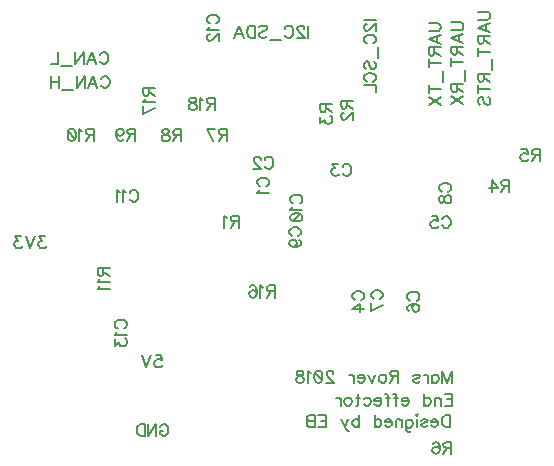
<source format=gbr>
G04 DipTrace 3.2.0.1*
G04 BottomSilk.gbr*
%MOMM*%
G04 #@! TF.FileFunction,Legend,Bot*
G04 #@! TF.Part,Single*
%ADD96C,0.15*%
%ADD97C,0.15686*%
%FSLAX35Y35*%
G04*
G71*
G90*
G75*
G01*
G04 BotSilk*
%LPD*%
X-1639114Y3050218D2*
D96*
X-1648773Y3055048D1*
X-1658543Y3064818D1*
X-1663373Y3074477D1*
Y3093906D1*
X-1658543Y3103677D1*
X-1648773Y3113335D1*
X-1639114Y3118277D1*
X-1624514Y3123106D1*
X-1600143D1*
X-1585656Y3118277D1*
X-1575885Y3113335D1*
X-1566227Y3103677D1*
X-1561285Y3093906D1*
Y3074477D1*
X-1566227Y3064818D1*
X-1575885Y3055048D1*
X-1585656Y3050218D1*
X-1643831Y3020219D2*
X-1648773Y3010448D1*
X-1663261Y2995848D1*
X-1561285D1*
X-1598808Y3276151D2*
X-1593979Y3285809D1*
X-1584208Y3295580D1*
X-1574549Y3300409D1*
X-1555120D1*
X-1545349Y3295580D1*
X-1535691Y3285809D1*
X-1530749Y3276151D1*
X-1525920Y3261551D1*
Y3237180D1*
X-1530749Y3222693D1*
X-1535691Y3212922D1*
X-1545349Y3203263D1*
X-1555120Y3198322D1*
X-1574549D1*
X-1584208Y3203263D1*
X-1593979Y3212922D1*
X-1598808Y3222693D1*
X-1633749Y3276039D2*
Y3280868D1*
X-1638579Y3290639D1*
X-1643408Y3295468D1*
X-1653179Y3300297D1*
X-1672608D1*
X-1682266Y3295468D1*
X-1687096Y3290639D1*
X-1692037Y3280868D1*
Y3271209D1*
X-1687096Y3261439D1*
X-1677437Y3246951D1*
X-1628808Y3198322D1*
X-1696866D1*
X-938465Y3214954D2*
X-933635Y3224613D1*
X-923865Y3234384D1*
X-914206Y3239213D1*
X-894777D1*
X-885006Y3234384D1*
X-875348Y3224613D1*
X-870406Y3214954D1*
X-865577Y3200354D1*
Y3175984D1*
X-870406Y3161496D1*
X-875348Y3151725D1*
X-885006Y3142067D1*
X-894777Y3137125D1*
X-914206D1*
X-923865Y3142067D1*
X-933635Y3151725D1*
X-938465Y3161496D1*
X-978235Y3239101D2*
X-1031582D1*
X-1002494Y3200242D1*
X-1017094D1*
X-1026752Y3195413D1*
X-1031582Y3190584D1*
X-1036523Y3175984D1*
Y3166325D1*
X-1031582Y3151725D1*
X-1021923Y3141954D1*
X-1007323Y3137125D1*
X-992723D1*
X-978235Y3141954D1*
X-973406Y3146896D1*
X-968465Y3156554D1*
X-834021Y2086884D2*
X-843679Y2091713D1*
X-853450Y2101484D1*
X-858279Y2111142D1*
Y2130571D1*
X-853450Y2140342D1*
X-843679Y2150000D1*
X-834021Y2154942D1*
X-819421Y2159771D1*
X-795050D1*
X-780562Y2154942D1*
X-770792Y2150000D1*
X-761133Y2140342D1*
X-756192Y2130571D1*
Y2111142D1*
X-761133Y2101483D1*
X-770792Y2091713D1*
X-780562Y2086883D1*
X-756192Y2008254D2*
X-858167D1*
X-790221Y2056883D1*
Y1983996D1*
X-97851Y2773224D2*
X-93022Y2782883D1*
X-83251Y2792654D1*
X-73593Y2797483D1*
X-54164D1*
X-44393Y2792654D1*
X-34734Y2782883D1*
X-29793Y2773224D1*
X-24964Y2758624D1*
Y2734254D1*
X-29793Y2719766D1*
X-34734Y2709995D1*
X-44393Y2700337D1*
X-54164Y2695395D1*
X-73593D1*
X-83251Y2700337D1*
X-93022Y2709995D1*
X-97851Y2719766D1*
X-186139Y2797371D2*
X-137622D1*
X-132793Y2753683D1*
X-137622Y2758512D1*
X-152222Y2763454D1*
X-166710D1*
X-181310Y2758512D1*
X-191081Y2748854D1*
X-195910Y2734254D1*
Y2724595D1*
X-191081Y2709995D1*
X-181310Y2700224D1*
X-166710Y2695395D1*
X-152222D1*
X-137622Y2700224D1*
X-132793Y2705166D1*
X-127851Y2714824D1*
X-366721Y2082331D2*
X-376379Y2087161D1*
X-386150Y2096931D1*
X-390979Y2106590D1*
Y2126019D1*
X-386150Y2135790D1*
X-376379Y2145448D1*
X-366721Y2150390D1*
X-352121Y2155219D1*
X-327750D1*
X-313262Y2150390D1*
X-303492Y2145448D1*
X-293833Y2135790D1*
X-288892Y2126019D1*
Y2106590D1*
X-293833Y2096931D1*
X-303492Y2087161D1*
X-313262Y2082331D1*
X-376379Y1994044D2*
X-386038Y1998873D1*
X-390867Y2013473D1*
Y2023132D1*
X-386038Y2037732D1*
X-371438Y2047502D1*
X-347179Y2052332D1*
X-322921Y2052331D1*
X-303492Y2047502D1*
X-293721Y2037731D1*
X-288892Y2023131D1*
Y2018302D1*
X-293721Y2003815D1*
X-303492Y1994044D1*
X-318092Y1989215D1*
X-322921D1*
X-337521Y1994044D1*
X-347179Y2003815D1*
X-352009Y2018302D1*
Y2023132D1*
X-347179Y2037732D1*
X-337521Y2047502D1*
X-322921Y2052331D1*
X-674971Y2095399D2*
X-684629Y2100228D1*
X-694400Y2109999D1*
X-699229Y2119657D1*
Y2139087D1*
X-694400Y2148857D1*
X-684629Y2158516D1*
X-674971Y2163457D1*
X-660371Y2168286D1*
X-636000D1*
X-621512Y2163457D1*
X-611742Y2158516D1*
X-602083Y2148857D1*
X-597142Y2139086D1*
Y2119657D1*
X-602083Y2109999D1*
X-611742Y2100228D1*
X-621512Y2095399D1*
X-597142Y2045970D2*
X-699117Y1997341D1*
Y2065399D1*
X-98678Y3003429D2*
X-108336Y3008259D1*
X-118107Y3018029D1*
X-122936Y3027688D1*
Y3047117D1*
X-118107Y3056888D1*
X-108336Y3066546D1*
X-98678Y3071488D1*
X-84078Y3076317D1*
X-59707D1*
X-45219Y3071488D1*
X-35448Y3066546D1*
X-25790Y3056888D1*
X-20848Y3047117D1*
Y3027688D1*
X-25790Y3018029D1*
X-35448Y3008259D1*
X-45219Y3003429D1*
X-122824Y2949171D2*
X-117994Y2963659D1*
X-108336Y2968600D1*
X-98565D1*
X-88907Y2963659D1*
X-83965Y2954000D1*
X-79136Y2934571D1*
X-74307Y2919971D1*
X-64536Y2910313D1*
X-54878Y2905483D1*
X-40278D1*
X-30619Y2910313D1*
X-25678Y2915142D1*
X-20848Y2929742D1*
Y2949171D1*
X-25678Y2963659D1*
X-30619Y2968600D1*
X-40278Y2973429D1*
X-54878D1*
X-64536Y2968600D1*
X-74307Y2958829D1*
X-79136Y2944342D1*
X-83965Y2924913D1*
X-88907Y2915142D1*
X-98565Y2910313D1*
X-108336D1*
X-117995Y2915142D1*
X-122824Y2929742D1*
Y2949171D1*
X-1367794Y2628371D2*
X-1377453Y2633200D1*
X-1387223Y2642971D1*
X-1392053Y2652629D1*
Y2672059D1*
X-1387223Y2681829D1*
X-1377453Y2691488D1*
X-1367794Y2696429D1*
X-1353194Y2701259D1*
X-1328823D1*
X-1314336Y2696429D1*
X-1304565Y2691488D1*
X-1294907Y2681829D1*
X-1289965Y2672058D1*
Y2652629D1*
X-1294907Y2642971D1*
X-1304565Y2633200D1*
X-1314336Y2628371D1*
X-1358024Y2535142D2*
X-1343424Y2540083D1*
X-1333653Y2549742D1*
X-1328823Y2564342D1*
Y2569171D1*
X-1333653Y2583771D1*
X-1343423Y2593429D1*
X-1358023Y2598371D1*
X-1362853D1*
X-1377453Y2593430D1*
X-1387111Y2583771D1*
X-1391940Y2569171D1*
Y2564342D1*
X-1387111Y2549742D1*
X-1377453Y2540083D1*
X-1358024Y2535142D1*
X-1333653D1*
X-1309394Y2540083D1*
X-1294794Y2549742D1*
X-1289965Y2564342D1*
Y2574000D1*
X-1294794Y2588600D1*
X-1304565Y2593429D1*
X-1356911Y2904781D2*
X-1366569Y2909610D1*
X-1376340Y2919381D1*
X-1381169Y2929039D1*
Y2948469D1*
X-1376340Y2958239D1*
X-1366569Y2967898D1*
X-1356911Y2972839D1*
X-1342311Y2977669D1*
X-1317940Y2977668D1*
X-1303452Y2972839D1*
X-1293682Y2967898D1*
X-1284023Y2958239D1*
X-1279082Y2948468D1*
Y2929039D1*
X-1284023Y2919381D1*
X-1293682Y2909610D1*
X-1303452Y2904781D1*
X-1361628Y2874781D2*
X-1366569Y2865010D1*
X-1381057Y2850410D1*
X-1279082D1*
X-1381057Y2791210D2*
X-1376228Y2805810D1*
X-1361628Y2815581D1*
X-1337369Y2820410D1*
X-1322769D1*
X-1298511Y2815581D1*
X-1283911Y2805810D1*
X-1279082Y2791210D1*
Y2781552D1*
X-1283911Y2766952D1*
X-1298511Y2757293D1*
X-1322769Y2752352D1*
X-1337369D1*
X-1361628Y2757293D1*
X-1376228Y2766952D1*
X-1381057Y2781552D1*
Y2791210D1*
X-1361628Y2757293D2*
X-1298511Y2815581D1*
X-2740430Y2994901D2*
X-2735601Y3004559D1*
X-2725830Y3014330D1*
X-2716171Y3019159D1*
X-2696742D1*
X-2686971Y3014330D1*
X-2677313Y3004559D1*
X-2672371Y2994901D1*
X-2667542Y2980301D1*
Y2955930D1*
X-2672371Y2941443D1*
X-2677313Y2931672D1*
X-2686971Y2922013D1*
X-2696742Y2917072D1*
X-2716171D1*
X-2725830Y2922013D1*
X-2735601Y2931672D1*
X-2740430Y2941443D1*
X-2770430Y2999618D2*
X-2780201Y3004559D1*
X-2794801Y3019047D1*
Y2917072D1*
X-2824801Y2999618D2*
X-2834571Y3004559D1*
X-2849171Y3019047D1*
Y2917072D1*
X-2063474Y4428328D2*
X-2073133Y4433157D1*
X-2082903Y4442928D1*
X-2087733Y4452586D1*
Y4472015D1*
X-2082903Y4481786D1*
X-2073133Y4491444D1*
X-2063474Y4496386D1*
X-2048874Y4501215D1*
X-2024503D1*
X-2010016Y4496386D1*
X-2000245Y4491444D1*
X-1990587Y4481786D1*
X-1985645Y4472015D1*
Y4452586D1*
X-1990587Y4442927D1*
X-2000245Y4433157D1*
X-2010016Y4428327D1*
X-2068191Y4398328D2*
X-2073133Y4388557D1*
X-2087620Y4373957D1*
X-1985645D1*
X-2063362Y4339015D2*
X-2068191D1*
X-2077962Y4334186D1*
X-2082791Y4329357D1*
X-2087620Y4319586D1*
Y4300157D1*
X-2082791Y4290499D1*
X-2077962Y4285669D1*
X-2068191Y4280728D1*
X-2058533D1*
X-2048762Y4285669D1*
X-2034274Y4295328D1*
X-1985645Y4343957D1*
Y4275899D1*
X-2844318Y1846991D2*
X-2853976Y1851820D1*
X-2863747Y1861591D1*
X-2868576Y1871249D1*
Y1890679D1*
X-2863747Y1900449D1*
X-2853976Y1910108D1*
X-2844318Y1915049D1*
X-2829718Y1919879D1*
X-2805347Y1919878D1*
X-2790859Y1915049D1*
X-2781088Y1910108D1*
X-2771430Y1900449D1*
X-2766488Y1890678D1*
Y1871249D1*
X-2771430Y1861591D1*
X-2781088Y1851820D1*
X-2790859Y1846991D1*
X-2849034Y1816991D2*
X-2853976Y1807220D1*
X-2868464Y1792620D1*
X-2766488D1*
X-2868464Y1752850D2*
Y1699503D1*
X-2829605Y1728591D1*
Y1713991D1*
X-2824776Y1704333D1*
X-2819947Y1699503D1*
X-2805347Y1694562D1*
X-2795688D1*
X-2781088Y1699503D1*
X-2771318Y1709162D1*
X-2766488Y1723762D1*
Y1738362D1*
X-2771318Y1752849D1*
X-2776259Y1757679D1*
X-2785918Y1762620D1*
X-1820075Y2753007D2*
X-1863763D1*
X-1878363Y2757948D1*
X-1883305Y2762778D1*
X-1888134Y2772436D1*
Y2782207D1*
X-1883305Y2791865D1*
X-1878363Y2796807D1*
X-1863763Y2801636D1*
X-1820075D1*
Y2699548D1*
X-1854105Y2753007D2*
X-1888134Y2699548D1*
X-1918134Y2782095D2*
X-1927905Y2787036D1*
X-1942505Y2801524D1*
Y2699548D1*
X-904900Y3775159D2*
Y3731471D1*
X-909842Y3716871D1*
X-914671Y3711929D1*
X-924329Y3707100D1*
X-934100D1*
X-943759Y3711929D1*
X-948700Y3716871D1*
X-953529Y3731471D1*
Y3775159D1*
X-851442Y3775158D1*
X-904900Y3741129D2*
X-851442Y3707100D1*
X-929159Y3672159D2*
X-933988D1*
X-943759Y3667330D1*
X-948588Y3662500D1*
X-953417Y3652730D1*
Y3633300D1*
X-948588Y3623642D1*
X-943759Y3618813D1*
X-933988Y3613871D1*
X-924329D1*
X-914559Y3618813D1*
X-900071Y3628471D1*
X-851442Y3677100D1*
Y3609042D1*
X-1080470Y3745615D2*
Y3701928D1*
X-1085412Y3687328D1*
X-1090241Y3682386D1*
X-1099899Y3677557D1*
X-1109670D1*
X-1119329Y3682386D1*
X-1124270Y3687328D1*
X-1129099Y3701928D1*
Y3745615D1*
X-1027012D1*
X-1080470Y3711586D2*
X-1027012Y3677557D1*
X-1128987Y3637786D2*
Y3584440D1*
X-1090129Y3613528D1*
Y3598928D1*
X-1085299Y3589269D1*
X-1080470Y3584440D1*
X-1065870Y3579499D1*
X-1056212D1*
X-1041612Y3584440D1*
X-1031841Y3594099D1*
X-1027012Y3608698D1*
Y3623298D1*
X-1031841Y3637786D1*
X-1036782Y3642615D1*
X-1046441Y3647557D1*
X470696Y3054454D2*
X427009D1*
X412409Y3059395D1*
X407467Y3064224D1*
X402638Y3073883D1*
Y3083654D1*
X407467Y3093312D1*
X412409Y3098254D1*
X427009Y3103083D1*
X470696D1*
Y3000995D1*
X436667Y3054454D2*
X402638Y3000995D1*
X324009D2*
Y3102971D1*
X372638Y3035024D1*
X299750D1*
X729672Y3316144D2*
X685984D1*
X671384Y3321085D1*
X666443Y3325914D1*
X661613Y3335573D1*
Y3345344D1*
X666443Y3355002D1*
X671384Y3359944D1*
X685984Y3364773D1*
X729672D1*
Y3262685D1*
X695643Y3316144D2*
X661613Y3262685D1*
X573326Y3364661D2*
X621843D1*
X626672Y3320973D1*
X621843Y3325802D1*
X607243Y3330744D1*
X592755D1*
X578155Y3325802D1*
X568384Y3316144D1*
X563555Y3301544D1*
Y3291885D1*
X568384Y3277285D1*
X578155Y3267514D1*
X592755Y3262685D1*
X607243D1*
X621843Y3267514D1*
X626672Y3272456D1*
X631613Y3282114D1*
X-17982Y836154D2*
X-61670D1*
X-76270Y841095D1*
X-81212Y845924D1*
X-86041Y855583D1*
Y865354D1*
X-81212Y875012D1*
X-76270Y879954D1*
X-61670Y884783D1*
X-17982D1*
Y782695D1*
X-52012Y836154D2*
X-86041Y782695D1*
X-174328Y870183D2*
X-169499Y879841D1*
X-154899Y884671D1*
X-145241D1*
X-130641Y879841D1*
X-120870Y865241D1*
X-116041Y840983D1*
Y816724D1*
X-120870Y797295D1*
X-130641Y787524D1*
X-145241Y782695D1*
X-150070D1*
X-164558Y787524D1*
X-174328Y797295D1*
X-179158Y811895D1*
Y816724D1*
X-174328Y831324D1*
X-164558Y840983D1*
X-150070Y845812D1*
X-145241D1*
X-130641Y840983D1*
X-120870Y831324D1*
X-116041Y816724D1*
X-1921748Y3487557D2*
X-1965436D1*
X-1980036Y3492498D1*
X-1984977Y3497328D1*
X-1989807Y3506986D1*
Y3516757D1*
X-1984977Y3526415D1*
X-1980036Y3531357D1*
X-1965436Y3536186D1*
X-1921748D1*
Y3434098D1*
X-1955777Y3487557D2*
X-1989807Y3434098D1*
X-2039236D2*
X-2087865Y3536074D1*
X-2019807D1*
X-2305881Y3482114D2*
X-2349569D1*
X-2364169Y3487055D1*
X-2369110Y3491884D1*
X-2373939Y3501543D1*
Y3511314D1*
X-2369110Y3520972D1*
X-2364169Y3525914D1*
X-2349569Y3530743D1*
X-2305881D1*
Y3428655D1*
X-2339910Y3482114D2*
X-2373939Y3428655D1*
X-2428198Y3530631D2*
X-2413710Y3525801D1*
X-2408769Y3516143D1*
Y3506372D1*
X-2413710Y3496714D1*
X-2423369Y3491772D1*
X-2442798Y3486943D1*
X-2457398Y3482114D1*
X-2467056Y3472343D1*
X-2471886Y3462684D1*
Y3448084D1*
X-2467056Y3438426D1*
X-2462227Y3433484D1*
X-2447627Y3428655D1*
X-2428198D1*
X-2413710Y3433484D1*
X-2408769Y3438426D1*
X-2403939Y3448084D1*
Y3462684D1*
X-2408769Y3472343D1*
X-2418539Y3482114D1*
X-2433027Y3486943D1*
X-2452456Y3491772D1*
X-2462227Y3496714D1*
X-2467056Y3506372D1*
Y3516143D1*
X-2462227Y3525801D1*
X-2447627Y3530631D1*
X-2428198D1*
X-2693469Y3489977D2*
X-2737157D1*
X-2751757Y3494918D1*
X-2756699Y3499748D1*
X-2761528Y3509406D1*
Y3519177D1*
X-2756699Y3528835D1*
X-2751757Y3533777D1*
X-2737157Y3538606D1*
X-2693469D1*
Y3436518D1*
X-2727499Y3489977D2*
X-2761528Y3436518D1*
X-2854757Y3504577D2*
X-2849816Y3489977D1*
X-2840157Y3480206D1*
X-2825557Y3475377D1*
X-2820728D1*
X-2806128Y3480206D1*
X-2796469Y3489977D1*
X-2791528Y3504577D1*
Y3509406D1*
X-2796469Y3524006D1*
X-2806128Y3533665D1*
X-2820728Y3538494D1*
X-2825557D1*
X-2840157Y3533665D1*
X-2849816Y3524006D1*
X-2854757Y3504577D1*
Y3480206D1*
X-2849816Y3455948D1*
X-2840157Y3441348D1*
X-2825557Y3436518D1*
X-2815899D1*
X-2801299Y3441348D1*
X-2796469Y3451118D1*
X-3046079Y3487557D2*
X-3089767D1*
X-3104367Y3492498D1*
X-3109309Y3497328D1*
X-3114138Y3506986D1*
Y3516757D1*
X-3109309Y3526415D1*
X-3104367Y3531357D1*
X-3089767Y3536186D1*
X-3046079D1*
Y3434098D1*
X-3080109Y3487557D2*
X-3114138Y3434098D1*
X-3144138Y3516645D2*
X-3153909Y3521586D1*
X-3168509Y3536074D1*
Y3434098D1*
X-3227709Y3536074D2*
X-3213109Y3531245D1*
X-3203338Y3516645D1*
X-3198509Y3492386D1*
Y3477786D1*
X-3203338Y3453528D1*
X-3213109Y3438928D1*
X-3227709Y3434098D1*
X-3237367D1*
X-3251967Y3438928D1*
X-3261626Y3453528D1*
X-3266567Y3477786D1*
Y3492386D1*
X-3261626Y3516645D1*
X-3251967Y3531245D1*
X-3237367Y3536074D1*
X-3227709D1*
X-3261626Y3516645D2*
X-3203338Y3453528D1*
X-2965213Y2359663D2*
Y2315976D1*
X-2970155Y2301376D1*
X-2974984Y2296434D1*
X-2984643Y2291605D1*
X-2994413D1*
X-3004072Y2296434D1*
X-3009013Y2301376D1*
X-3013843Y2315976D1*
Y2359663D1*
X-2911755D1*
X-2965213Y2325634D2*
X-2911755Y2291605D1*
X-2994301Y2261605D2*
X-2999243Y2251834D1*
X-3013730Y2237234D1*
X-2911755D1*
X-2994301Y2207234D2*
X-2999243Y2197464D1*
X-3013731Y2182864D1*
X-2911755D1*
X-1513870Y2161104D2*
X-1557558D1*
X-1572158Y2166045D1*
X-1577099Y2170874D1*
X-1581929Y2180533D1*
Y2190304D1*
X-1577099Y2199962D1*
X-1572158Y2204904D1*
X-1557558Y2209733D1*
X-1513870D1*
Y2107645D1*
X-1547899Y2161104D2*
X-1581929Y2107645D1*
X-1611929Y2190191D2*
X-1621699Y2195133D1*
X-1636299Y2209621D1*
Y2107645D1*
X-1724587Y2195133D2*
X-1719758Y2204791D1*
X-1705158Y2209621D1*
X-1695499D1*
X-1680899Y2204791D1*
X-1671129Y2190191D1*
X-1666299Y2165933D1*
Y2141674D1*
X-1671129Y2122245D1*
X-1680899Y2112474D1*
X-1695499Y2107645D1*
X-1700329D1*
X-1714816Y2112474D1*
X-1724587Y2122245D1*
X-1729416Y2136845D1*
Y2141674D1*
X-1724587Y2156274D1*
X-1714816Y2165933D1*
X-1700329Y2170762D1*
X-1695499D1*
X-1680899Y2165933D1*
X-1671129Y2156274D1*
X-1666299Y2141674D1*
X-2580153Y3884547D2*
Y3840860D1*
X-2585095Y3826260D1*
X-2589924Y3821318D1*
X-2599583Y3816489D1*
X-2609353D1*
X-2619012Y3821318D1*
X-2623953Y3826260D1*
X-2628783Y3840860D1*
Y3884547D1*
X-2526695D1*
X-2580153Y3850518D2*
X-2526695Y3816489D1*
X-2609241Y3786489D2*
X-2614183Y3776718D1*
X-2628670Y3762118D1*
X-2526695D1*
Y3712689D2*
X-2628671Y3664060D1*
X-2628670Y3732118D1*
X-2022276Y3749354D2*
X-2065963D1*
X-2080563Y3754295D1*
X-2085505Y3759124D1*
X-2090334Y3768783D1*
Y3778554D1*
X-2085505Y3788212D1*
X-2080563Y3793154D1*
X-2065963Y3797983D1*
X-2022276D1*
Y3695895D1*
X-2056305Y3749354D2*
X-2090334Y3695895D1*
X-2120334Y3778441D2*
X-2130105Y3783383D1*
X-2144705Y3797871D1*
Y3695895D1*
X-2198963Y3797871D2*
X-2184476Y3793041D1*
X-2179534Y3783383D1*
Y3773612D1*
X-2184476Y3763954D1*
X-2194134Y3759012D1*
X-2213563Y3754183D1*
X-2228163Y3749354D1*
X-2237822Y3739583D1*
X-2242651Y3729924D1*
Y3715324D1*
X-2237822Y3705666D1*
X-2232993Y3700724D1*
X-2218393Y3695895D1*
X-2198963D1*
X-2184476Y3700724D1*
X-2179534Y3705666D1*
X-2174705Y3715324D1*
Y3729924D1*
X-2179534Y3739583D1*
X-2189305Y3749354D1*
X-2203793Y3754183D1*
X-2223222Y3759012D1*
X-2232993Y3763954D1*
X-2237822Y3773612D1*
Y3783383D1*
X-2232993Y3793041D1*
X-2218393Y3797871D1*
X-2198963D1*
X-2486592Y1012438D2*
X-2481763Y1022096D1*
X-2471992Y1031867D1*
X-2462334Y1036696D1*
X-2442904D1*
X-2433134Y1031867D1*
X-2423475Y1022096D1*
X-2418534Y1012438D1*
X-2413704Y997838D1*
Y973467D1*
X-2418534Y958979D1*
X-2423475Y949208D1*
X-2433134Y939550D1*
X-2442904Y934608D1*
X-2462334D1*
X-2471992Y939550D1*
X-2481763Y949208D1*
X-2486592Y958979D1*
Y973467D1*
X-2462334D1*
X-2584651Y1036696D2*
Y934608D1*
X-2516592Y1036696D1*
Y934608D1*
X-2614651Y1036696D2*
Y934608D1*
X-2648680D1*
X-2663280Y939550D1*
X-2673051Y949208D1*
X-2677880Y958979D1*
X-2682709Y973467D1*
Y997838D1*
X-2677880Y1012438D1*
X-2673051Y1022096D1*
X-2663280Y1031867D1*
X-2648680Y1036696D1*
X-2614651D1*
X-3456891Y2627727D2*
X-3510237D1*
X-3481149Y2588869D1*
X-3495749D1*
X-3505407Y2584039D1*
X-3510237Y2579210D1*
X-3515178Y2564610D1*
Y2554952D1*
X-3510237Y2540352D1*
X-3500578Y2530581D1*
X-3485978Y2525752D1*
X-3471378D1*
X-3456891Y2530581D1*
X-3452061Y2535523D1*
X-3447120Y2545181D1*
X-3545178Y2627839D2*
X-3584037Y2525752D1*
X-3622895Y2627839D1*
X-3662666Y2627727D2*
X-3716012D1*
X-3686924Y2588869D1*
X-3701524D1*
X-3711183Y2584039D1*
X-3716012Y2579210D1*
X-3720954Y2564610D1*
Y2554952D1*
X-3716012Y2540352D1*
X-3706354Y2530581D1*
X-3691754Y2525752D1*
X-3677154D1*
X-3662666Y2530581D1*
X-3657837Y2535523D1*
X-3652895Y2545181D1*
X-2523180Y1618387D2*
X-2474663D1*
X-2469834Y1574699D1*
X-2474663Y1579529D1*
X-2489263Y1584470D1*
X-2503751D1*
X-2518351Y1579529D1*
X-2528122Y1569870D1*
X-2532951Y1555270D1*
Y1545612D1*
X-2528122Y1531012D1*
X-2518351Y1521241D1*
X-2503751Y1516412D1*
X-2489263D1*
X-2474663Y1521241D1*
X-2469834Y1526183D1*
X-2464892Y1535841D1*
X-2562951Y1618499D2*
X-2601809Y1516412D1*
X-2640668Y1618499D1*
X-2985922Y3959114D2*
X-2981093Y3968773D1*
X-2971322Y3978544D1*
X-2961664Y3983373D1*
X-2942235D1*
X-2932464Y3978544D1*
X-2922805Y3968773D1*
X-2917864Y3959114D1*
X-2913035Y3944514D1*
Y3920144D1*
X-2917864Y3905656D1*
X-2922805Y3895885D1*
X-2932464Y3886227D1*
X-2942235Y3881285D1*
X-2961664D1*
X-2971322Y3886227D1*
X-2981093Y3895885D1*
X-2985922Y3905656D1*
X-3093752Y3881285D2*
X-3054781Y3983373D1*
X-3015922Y3881285D1*
X-3030522Y3915314D2*
X-3079152D1*
X-3191810Y3983373D2*
Y3881285D1*
X-3123752Y3983373D1*
Y3881285D1*
X-3221810Y3864439D2*
X-3314127D1*
X-3344127Y3983373D2*
Y3881285D1*
X-3412185Y3983373D2*
Y3881285D1*
X-3344127Y3934744D2*
X-3412185D1*
X-2995118Y4162194D2*
X-2990288Y4171853D1*
X-2980518Y4181624D1*
X-2970859Y4186453D1*
X-2951430D1*
X-2941659Y4181624D1*
X-2932001Y4171853D1*
X-2927059Y4162194D1*
X-2922230Y4147594D1*
Y4123224D1*
X-2927059Y4108736D1*
X-2932001Y4098965D1*
X-2941659Y4089307D1*
X-2951430Y4084365D1*
X-2970859D1*
X-2980518Y4089307D1*
X-2990288Y4098965D1*
X-2995118Y4108736D1*
X-3102947Y4084365D2*
X-3063976Y4186453D1*
X-3025118Y4084365D1*
X-3039718Y4118394D2*
X-3088347D1*
X-3201005Y4186453D2*
Y4084365D1*
X-3132947Y4186453D1*
Y4084365D1*
X-3231005Y4067519D2*
X-3323322D1*
X-3353322Y4186453D2*
Y4084365D1*
X-3411610D1*
X-210626Y4430396D2*
X-137738D1*
X-123138Y4425567D1*
X-113480Y4415796D1*
X-108538Y4401196D1*
Y4391537D1*
X-113480Y4376937D1*
X-123138Y4367167D1*
X-137738Y4362337D1*
X-210626D1*
X-108538Y4254508D2*
X-210626Y4293479D1*
X-108538Y4332337D1*
X-142568Y4317737D2*
Y4269108D1*
X-161997Y4224508D2*
Y4180821D1*
X-166938Y4166221D1*
X-171768Y4161279D1*
X-181426Y4156450D1*
X-191197D1*
X-200855Y4161279D1*
X-205797Y4166221D1*
X-210626Y4180821D1*
Y4224508D1*
X-108538D1*
X-161997Y4190479D2*
X-108538Y4156450D1*
X-210626Y4092421D2*
X-108538D1*
X-210626Y4126450D2*
Y4058391D1*
X-91692Y4028391D2*
Y3936074D1*
X-210626Y3872045D2*
X-108538D1*
X-210626Y3906074D2*
Y3838016D1*
Y3808016D2*
X-108538Y3739958D1*
X-210626D2*
X-108538Y3808016D1*
X-17973Y4438123D2*
X54915D1*
X69515Y4433293D1*
X79173Y4423523D1*
X84115Y4408923D1*
Y4399264D1*
X79173Y4384664D1*
X69515Y4374893D1*
X54915Y4370064D1*
X-17973D1*
X84115Y4262235D2*
X-17973Y4301206D1*
X84115Y4340064D1*
X50086Y4325464D2*
Y4276835D1*
X30656Y4232235D2*
Y4188547D1*
X25715Y4173947D1*
X20886Y4169006D1*
X11227Y4164176D1*
X1456D1*
X-8202Y4169006D1*
X-13143Y4173947D1*
X-17973Y4188547D1*
Y4232235D1*
X84115D1*
X30656Y4198206D2*
X84115Y4164176D1*
X-17973Y4100147D2*
X84115D1*
X-17973Y4134176D2*
Y4066118D1*
X100961Y4036118D2*
Y3943801D1*
X30657Y3913801D2*
Y3870113D1*
X25715Y3855513D1*
X20886Y3850572D1*
X11227Y3845743D1*
X1457D1*
X-8202Y3850572D1*
X-13143Y3855514D1*
X-17973Y3870114D1*
Y3913801D1*
X84115D1*
X30657Y3879772D2*
X84115Y3845743D1*
X-17973Y3815743D2*
X84115Y3747684D1*
X-17973D2*
X84115Y3815743D1*
X207251Y4527482D2*
X280138D1*
X294738Y4522653D1*
X304397Y4512882D1*
X309338Y4498282D1*
Y4488623D1*
X304397Y4474023D1*
X294738Y4464253D1*
X280138Y4459423D1*
X207251D1*
X309338Y4351594D2*
X207251Y4390565D1*
X309338Y4429423D1*
X275309Y4414823D2*
Y4366194D1*
X255880Y4321594D2*
Y4277906D1*
X250938Y4263306D1*
X246109Y4258365D1*
X236451Y4253536D1*
X226680D1*
X217021Y4258365D1*
X212080Y4263306D1*
X207251Y4277906D1*
Y4321594D1*
X309338D1*
X255880Y4287565D2*
X309338Y4253536D1*
X207251Y4189506D2*
X309338D1*
X207251Y4223536D2*
Y4155477D1*
X326184Y4125477D2*
Y4033160D1*
X255880Y4003160D2*
Y3959473D1*
X250938Y3944873D1*
X246109Y3939931D1*
X236451Y3935102D1*
X226680D1*
X217021Y3939931D1*
X212080Y3944873D1*
X207251Y3959473D1*
Y4003160D1*
X309338D1*
X255880Y3969131D2*
X309338Y3935102D1*
X207251Y3871073D2*
X309338D1*
X207251Y3905102D2*
Y3837044D1*
X221851Y3738985D2*
X212080Y3748644D1*
X207251Y3763244D1*
Y3782673D1*
X212080Y3797273D1*
X221851Y3807044D1*
X231509D1*
X241280Y3802102D1*
X246109Y3797273D1*
X250938Y3787614D1*
X260709Y3758414D1*
X265538Y3748644D1*
X270480Y3743814D1*
X280138Y3738985D1*
X294738D1*
X304397Y3748644D1*
X309338Y3763244D1*
Y3782673D1*
X304397Y3797273D1*
X294738Y3807043D1*
X-758589Y4460228D2*
X-656502D1*
X-734219Y4425287D2*
X-739048D1*
X-748819Y4420458D1*
X-753648Y4415628D1*
X-758477Y4405858D1*
Y4386428D1*
X-753648Y4376770D1*
X-748819Y4371941D1*
X-739048Y4366999D1*
X-729389D1*
X-719619Y4371941D1*
X-705131Y4381599D1*
X-656502Y4430228D1*
Y4362170D1*
X-734331Y4259282D2*
X-743989Y4264112D1*
X-753760Y4273882D1*
X-758589Y4283541D1*
Y4302970D1*
X-753760Y4312741D1*
X-743989Y4322399D1*
X-734331Y4327341D1*
X-719731Y4332170D1*
X-695360D1*
X-680873Y4327341D1*
X-671102Y4322399D1*
X-661443Y4312741D1*
X-656502Y4302970D1*
Y4283541D1*
X-661443Y4273882D1*
X-671102Y4264112D1*
X-680873Y4259282D1*
X-639656Y4229282D2*
Y4136965D1*
X-743989Y4038907D2*
X-753760Y4048565D1*
X-758589Y4063165D1*
Y4082595D1*
X-753760Y4097195D1*
X-743989Y4106965D1*
X-734331D1*
X-724560Y4102024D1*
X-719731Y4097195D1*
X-714902Y4087536D1*
X-705131Y4058336D1*
X-700302Y4048565D1*
X-695360Y4043736D1*
X-685702Y4038907D1*
X-671102D1*
X-661443Y4048565D1*
X-656502Y4063165D1*
Y4082595D1*
X-661443Y4097195D1*
X-671102Y4106965D1*
X-734331Y3936019D2*
X-743989Y3940849D1*
X-753760Y3950619D1*
X-758589Y3960278D1*
Y3979707D1*
X-753760Y3989478D1*
X-743989Y3999136D1*
X-734331Y4004078D1*
X-719731Y4008907D1*
X-695360D1*
X-680872Y4004078D1*
X-671102Y3999136D1*
X-661443Y3989478D1*
X-656502Y3979707D1*
Y3960278D1*
X-661443Y3950619D1*
X-671102Y3940849D1*
X-680872Y3936019D1*
X-758589Y3906020D2*
X-656502Y3906019D1*
Y3847732D1*
X-1228255Y4409026D2*
Y4306938D1*
X-1263197Y4384655D2*
Y4389485D1*
X-1268026Y4399255D1*
X-1272855Y4404085D1*
X-1282626Y4408914D1*
X-1302055D1*
X-1311714Y4404085D1*
X-1316543Y4399255D1*
X-1321485Y4389485D1*
Y4379826D1*
X-1316543Y4370055D1*
X-1306885Y4355568D1*
X-1258255Y4306938D1*
X-1326314D1*
X-1429202Y4384768D2*
X-1424372Y4394426D1*
X-1414602Y4404197D1*
X-1404943Y4409026D1*
X-1385514D1*
X-1375743Y4404197D1*
X-1366085Y4394426D1*
X-1361143Y4384768D1*
X-1356314Y4370168D1*
Y4345797D1*
X-1361143Y4331309D1*
X-1366085Y4321538D1*
X-1375743Y4311880D1*
X-1385514Y4306938D1*
X-1404943D1*
X-1414602Y4311880D1*
X-1424372Y4321538D1*
X-1429202Y4331309D1*
X-1459202Y4290092D2*
X-1551518D1*
X-1649577Y4394426D2*
X-1639918Y4404197D1*
X-1625318Y4409026D1*
X-1605889D1*
X-1591289Y4404197D1*
X-1581518Y4394426D1*
Y4384768D1*
X-1586460Y4374997D1*
X-1591289Y4370168D1*
X-1600948Y4365338D1*
X-1630148Y4355568D1*
X-1639918Y4350738D1*
X-1644748Y4345797D1*
X-1649577Y4336138D1*
Y4321538D1*
X-1639918Y4311880D1*
X-1625318Y4306938D1*
X-1605889D1*
X-1591289Y4311880D1*
X-1581518Y4321538D1*
X-1679577Y4409026D2*
Y4306938D1*
X-1713606D1*
X-1728206Y4311880D1*
X-1737977Y4321538D1*
X-1742806Y4331309D1*
X-1747635Y4345797D1*
Y4370168D1*
X-1742806Y4384768D1*
X-1737977Y4394426D1*
X-1728206Y4404197D1*
X-1713606Y4409026D1*
X-1679577D1*
X-1855465Y4306938D2*
X-1816494Y4409026D1*
X-1777635Y4306938D1*
X-1792235Y4340968D2*
X-1840865D1*
X-94517Y1386006D2*
D97*
Y1488093D1*
X-55659Y1386006D1*
X-16800Y1488093D1*
Y1386006D1*
X-184178Y1454064D2*
Y1386006D1*
Y1439464D2*
X-174519Y1449235D1*
X-164748Y1454064D1*
X-150261D1*
X-140490Y1449235D1*
X-130831Y1439464D1*
X-125890Y1424864D1*
Y1415206D1*
X-130831Y1400606D1*
X-140490Y1390947D1*
X-150261Y1386006D1*
X-164748D1*
X-174519Y1390947D1*
X-184178Y1400606D1*
X-215550Y1454064D2*
Y1386006D1*
Y1424864D2*
X-220492Y1439464D1*
X-230150Y1449235D1*
X-239921Y1454064D1*
X-254521D1*
X-339352Y1439464D2*
X-334523Y1449235D1*
X-319923Y1454064D1*
X-305323D1*
X-290723Y1449235D1*
X-285893Y1439464D1*
X-290723Y1429806D1*
X-300493Y1424864D1*
X-324752Y1420035D1*
X-334523Y1415206D1*
X-339352Y1405435D1*
Y1400606D1*
X-334523Y1390947D1*
X-319923Y1386006D1*
X-305323D1*
X-290723Y1390947D1*
X-285893Y1400606D1*
X-469482Y1439464D2*
X-513169D1*
X-527769Y1444406D1*
X-532711Y1449235D1*
X-537540Y1458893D1*
Y1468664D1*
X-532711Y1478323D1*
X-527769Y1483264D1*
X-513169Y1488093D1*
X-469482D1*
Y1386006D1*
X-503511Y1439464D2*
X-537540Y1386006D1*
X-593171Y1454064D2*
X-583513Y1449235D1*
X-573742Y1439464D1*
X-568913Y1424864D1*
Y1415206D1*
X-573742Y1400606D1*
X-583513Y1390947D1*
X-593171Y1386006D1*
X-607771D1*
X-617542Y1390947D1*
X-627200Y1400606D1*
X-632142Y1415206D1*
Y1424864D1*
X-627200Y1439464D1*
X-617542Y1449235D1*
X-607771Y1454064D1*
X-593171D1*
X-663514D2*
X-692714Y1386006D1*
X-721802Y1454064D1*
X-753175Y1424864D2*
X-811462D1*
Y1434635D1*
X-806633Y1444406D1*
X-801804Y1449235D1*
X-792033Y1454064D1*
X-777433D1*
X-767775Y1449235D1*
X-758004Y1439464D1*
X-753175Y1424864D1*
Y1415206D1*
X-758004Y1400606D1*
X-767775Y1390947D1*
X-777433Y1386006D1*
X-792033D1*
X-801804Y1390947D1*
X-811462Y1400606D1*
X-842835Y1454064D2*
Y1386006D1*
Y1424864D2*
X-847776Y1439464D1*
X-857435Y1449235D1*
X-867206Y1454064D1*
X-881806D1*
X-1016877Y1463723D2*
Y1468552D1*
X-1021706Y1478323D1*
X-1026535Y1483152D1*
X-1036306Y1487981D1*
X-1055735D1*
X-1065394Y1483152D1*
X-1070223Y1478323D1*
X-1075165Y1468552D1*
Y1458893D1*
X-1070223Y1449123D1*
X-1060565Y1434635D1*
X-1011935Y1386006D1*
X-1079994D1*
X-1140566Y1487981D2*
X-1125966Y1483152D1*
X-1116196Y1468552D1*
X-1111366Y1444293D1*
Y1429693D1*
X-1116196Y1405435D1*
X-1125966Y1390835D1*
X-1140566Y1386006D1*
X-1150225D1*
X-1164825Y1390835D1*
X-1174483Y1405435D1*
X-1179425Y1429693D1*
Y1444293D1*
X-1174483Y1468552D1*
X-1164825Y1483152D1*
X-1150225Y1487981D1*
X-1140566D1*
X-1174483Y1468552D2*
X-1116196Y1405435D1*
X-1210797Y1468552D2*
X-1220568Y1473493D1*
X-1235168Y1487981D1*
Y1386006D1*
X-1290799Y1487981D2*
X-1276311Y1483152D1*
X-1271370Y1473493D1*
Y1463723D1*
X-1276311Y1454064D1*
X-1285970Y1449123D1*
X-1305399Y1444293D1*
X-1319999Y1439464D1*
X-1329658Y1429693D1*
X-1334487Y1420035D1*
Y1405435D1*
X-1329658Y1395776D1*
X-1324828Y1390835D1*
X-1310228Y1386006D1*
X-1290799D1*
X-1276311Y1390835D1*
X-1271370Y1395776D1*
X-1266541Y1405435D1*
Y1420035D1*
X-1271370Y1429693D1*
X-1281141Y1439464D1*
X-1295628Y1444293D1*
X-1315058Y1449123D1*
X-1324828Y1454064D1*
X-1329658Y1463723D1*
Y1473493D1*
X-1324828Y1483152D1*
X-1310228Y1487981D1*
X-1290799D1*
X-76401Y1293750D2*
X-13284D1*
Y1191662D1*
X-76401D1*
X-13284Y1245121D2*
X-52142D1*
X-107773Y1259721D2*
Y1191662D1*
Y1240291D2*
X-122373Y1254891D1*
X-132144Y1259721D1*
X-146632D1*
X-156402Y1254891D1*
X-161232Y1240291D1*
Y1191662D1*
X-250892Y1293750D2*
Y1191662D1*
Y1245121D2*
X-241233Y1254891D1*
X-231463Y1259721D1*
X-216863D1*
X-207204Y1254891D1*
X-197433Y1245121D1*
X-192604Y1230521D1*
Y1220862D1*
X-197433Y1206262D1*
X-207204Y1196604D1*
X-216863Y1191662D1*
X-231463D1*
X-241233Y1196604D1*
X-250892Y1206262D1*
X-381022Y1230521D2*
X-439309D1*
Y1240291D1*
X-434480Y1250062D1*
X-429651Y1254891D1*
X-419880Y1259721D1*
X-405280D1*
X-395622Y1254891D1*
X-385851Y1245121D1*
X-381022Y1230521D1*
Y1220862D1*
X-385851Y1206262D1*
X-395622Y1196604D1*
X-405280Y1191662D1*
X-419880D1*
X-429651Y1196604D1*
X-439309Y1206262D1*
X-509540Y1293750D2*
X-499882D1*
X-490111Y1288921D1*
X-485282Y1274321D1*
Y1191662D1*
X-470682Y1259721D2*
X-504711D1*
X-579771Y1293750D2*
X-570113D1*
X-560342Y1288921D1*
X-555513Y1274321D1*
Y1191662D1*
X-540913Y1259721D2*
X-574942D1*
X-611144Y1230521D2*
X-669432D1*
Y1240291D1*
X-664602Y1250062D1*
X-659773Y1254891D1*
X-650002Y1259721D1*
X-635402D1*
X-625744Y1254891D1*
X-615973Y1245121D1*
X-611144Y1230521D1*
Y1220862D1*
X-615973Y1206262D1*
X-625744Y1196604D1*
X-635402Y1191662D1*
X-650002D1*
X-659773Y1196604D1*
X-669432Y1206262D1*
X-759204Y1245121D2*
X-749433Y1254891D1*
X-739663Y1259721D1*
X-725175D1*
X-715404Y1254891D1*
X-705746Y1245121D1*
X-700804Y1230521D1*
Y1220862D1*
X-705746Y1206262D1*
X-715404Y1196604D1*
X-725175Y1191662D1*
X-739663D1*
X-749433Y1196604D1*
X-759204Y1206262D1*
X-805177Y1293750D2*
Y1211091D1*
X-810006Y1196604D1*
X-819777Y1191662D1*
X-829435D1*
X-790577Y1259721D2*
X-824606D1*
X-885066D2*
X-875408Y1254891D1*
X-865637Y1245121D1*
X-860808Y1230521D1*
Y1220862D1*
X-865637Y1206262D1*
X-875408Y1196604D1*
X-885066Y1191662D1*
X-899666D1*
X-909437Y1196604D1*
X-919095Y1206262D1*
X-924037Y1220862D1*
Y1230521D1*
X-919095Y1245121D1*
X-909437Y1254891D1*
X-899666Y1259721D1*
X-885066D1*
X-955409D2*
Y1191662D1*
Y1230521D2*
X-960351Y1245121D1*
X-970009Y1254891D1*
X-979780Y1259721D1*
X-994380D1*
X-31052Y1113283D2*
Y1011196D1*
X-65081D1*
X-79681Y1016137D1*
X-89452Y1025796D1*
X-94281Y1035566D1*
X-99110Y1050054D1*
Y1074425D1*
X-94281Y1089025D1*
X-89452Y1098683D1*
X-79681Y1108454D1*
X-65081Y1113283D1*
X-31052D1*
X-130483Y1050054D2*
X-188771D1*
Y1059825D1*
X-183941Y1069596D1*
X-179112Y1074425D1*
X-169341Y1079254D1*
X-154741D1*
X-145083Y1074425D1*
X-135312Y1064654D1*
X-130483Y1050054D1*
Y1040396D1*
X-135312Y1025796D1*
X-145083Y1016137D1*
X-154741Y1011196D1*
X-169341D1*
X-179112Y1016137D1*
X-188771Y1025796D1*
X-273602Y1064654D2*
X-268772Y1074425D1*
X-254172Y1079254D1*
X-239572D1*
X-224972Y1074425D1*
X-220143Y1064654D1*
X-224972Y1054996D1*
X-234743Y1050054D1*
X-259002Y1045225D1*
X-268772Y1040396D1*
X-273602Y1030625D1*
Y1025796D1*
X-268772Y1016137D1*
X-254172Y1011196D1*
X-239572D1*
X-224972Y1016137D1*
X-220143Y1025796D1*
X-304974Y1113283D2*
X-309803Y1108454D1*
X-314745Y1113283D1*
X-309803Y1118225D1*
X-304974Y1113283D1*
X-309803Y1079254D2*
Y1011196D1*
X-404405Y1074425D2*
Y996596D1*
X-399576Y982108D1*
X-394747Y977166D1*
X-384976Y972337D1*
X-370376D1*
X-360718Y977166D1*
X-404405Y1059825D2*
X-394747Y1069483D1*
X-384976Y1074425D1*
X-370376D1*
X-360718Y1069483D1*
X-350947Y1059825D1*
X-346118Y1045225D1*
Y1035454D1*
X-350947Y1020966D1*
X-360718Y1011196D1*
X-370376Y1006366D1*
X-384976D1*
X-394747Y1011196D1*
X-404405Y1020966D1*
X-435778Y1079254D2*
Y1011196D1*
Y1059825D2*
X-450378Y1074425D1*
X-460149Y1079254D1*
X-474636D1*
X-484407Y1074425D1*
X-489236Y1059825D1*
Y1011196D1*
X-520609Y1050054D2*
X-578896D1*
Y1059825D1*
X-574067Y1069596D1*
X-569238Y1074425D1*
X-559467Y1079254D1*
X-544867D1*
X-535209Y1074425D1*
X-525438Y1064654D1*
X-520609Y1050054D1*
Y1040396D1*
X-525438Y1025796D1*
X-535209Y1016137D1*
X-544867Y1011196D1*
X-559467D1*
X-569238Y1016137D1*
X-578896Y1025796D1*
X-668557Y1113283D2*
Y1011196D1*
Y1064654D2*
X-658898Y1074425D1*
X-649127Y1079254D1*
X-634527D1*
X-624869Y1074425D1*
X-615098Y1064654D1*
X-610269Y1050054D1*
Y1040396D1*
X-615098Y1025796D1*
X-624869Y1016137D1*
X-634527Y1011196D1*
X-649127D1*
X-658898Y1016137D1*
X-668557Y1025796D1*
X-798686Y1113283D2*
Y1011196D1*
Y1064654D2*
X-808457Y1074425D1*
X-818116Y1079254D1*
X-832716D1*
X-842374Y1074425D1*
X-852145Y1064654D1*
X-856974Y1050054D1*
Y1040396D1*
X-852145Y1025796D1*
X-842374Y1016137D1*
X-832716Y1011196D1*
X-818116D1*
X-808457Y1016137D1*
X-798686Y1025796D1*
X-893288Y1079254D2*
X-922376Y1011196D1*
X-912717Y991766D1*
X-902947Y981996D1*
X-893288Y977166D1*
X-888347D1*
X-951576Y1079254D2*
X-922376Y1011196D1*
X-1144823Y1113283D2*
X-1081706D1*
Y1011196D1*
X-1144823D1*
X-1081706Y1064654D2*
X-1120564D1*
X-1176195Y1113283D2*
Y1011196D1*
X-1219995D1*
X-1234595Y1016137D1*
X-1239424Y1020966D1*
X-1244254Y1030625D1*
Y1045225D1*
X-1239424Y1054996D1*
X-1234595Y1059825D1*
X-1219995Y1064654D1*
X-1234595Y1069596D1*
X-1239424Y1074425D1*
X-1244254Y1084083D1*
Y1093854D1*
X-1239424Y1103513D1*
X-1234595Y1108454D1*
X-1219995Y1113283D1*
X-1176195D1*
Y1064654D2*
X-1219995D1*
M02*

</source>
